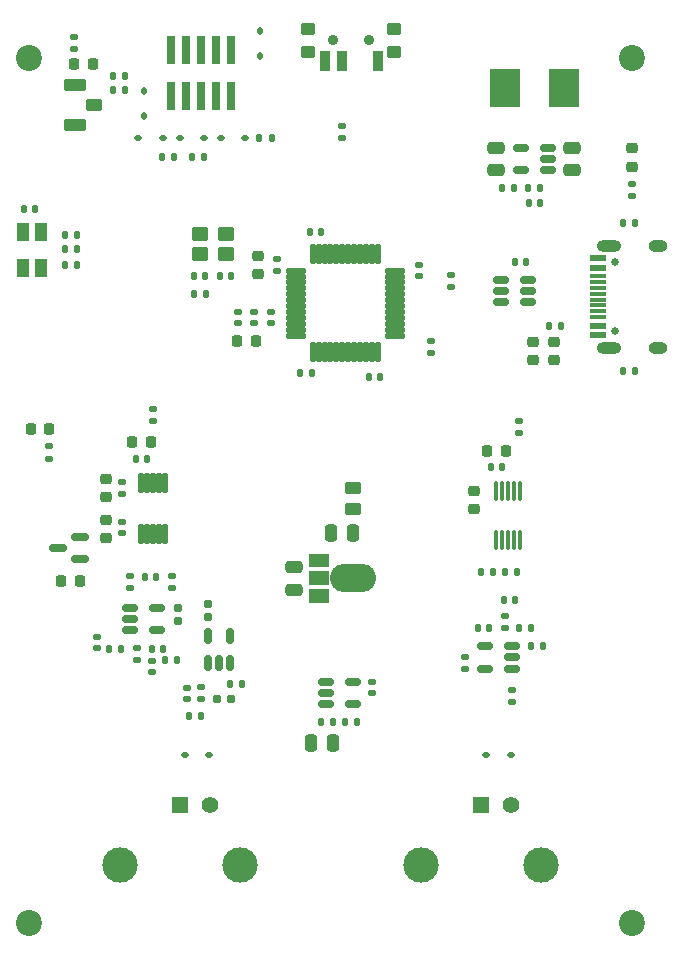
<source format=gbr>
%TF.GenerationSoftware,KiCad,Pcbnew,9.0.6*%
%TF.CreationDate,2025-12-09T00:58:21-06:00*%
%TF.ProjectId,Mixed_Signal_generator_analyzer,4d697865-645f-4536-9967-6e616c5f6765,rev?*%
%TF.SameCoordinates,Original*%
%TF.FileFunction,Soldermask,Top*%
%TF.FilePolarity,Negative*%
%FSLAX46Y46*%
G04 Gerber Fmt 4.6, Leading zero omitted, Abs format (unit mm)*
G04 Created by KiCad (PCBNEW 9.0.6) date 2025-12-09 00:58:21*
%MOMM*%
%LPD*%
G01*
G04 APERTURE LIST*
G04 Aperture macros list*
%AMRoundRect*
0 Rectangle with rounded corners*
0 $1 Rounding radius*
0 $2 $3 $4 $5 $6 $7 $8 $9 X,Y pos of 4 corners*
0 Add a 4 corners polygon primitive as box body*
4,1,4,$2,$3,$4,$5,$6,$7,$8,$9,$2,$3,0*
0 Add four circle primitives for the rounded corners*
1,1,$1+$1,$2,$3*
1,1,$1+$1,$4,$5*
1,1,$1+$1,$6,$7*
1,1,$1+$1,$8,$9*
0 Add four rect primitives between the rounded corners*
20,1,$1+$1,$2,$3,$4,$5,0*
20,1,$1+$1,$4,$5,$6,$7,0*
20,1,$1+$1,$6,$7,$8,$9,0*
20,1,$1+$1,$8,$9,$2,$3,0*%
G04 Aperture macros list end*
%ADD10C,0.010000*%
%ADD11RoundRect,0.060500X0.181500X-0.776500X0.181500X0.776500X-0.181500X0.776500X-0.181500X-0.776500X0*%
%ADD12O,0.299999X1.699999*%
%ADD13RoundRect,0.250000X-0.475000X0.250000X-0.475000X-0.250000X0.475000X-0.250000X0.475000X0.250000X0*%
%ADD14RoundRect,0.140000X-0.170000X0.140000X-0.170000X-0.140000X0.170000X-0.140000X0.170000X0.140000X0*%
%ADD15RoundRect,0.225000X0.225000X0.250000X-0.225000X0.250000X-0.225000X-0.250000X0.225000X-0.250000X0*%
%ADD16RoundRect,0.147500X0.147500X0.172500X-0.147500X0.172500X-0.147500X-0.172500X0.147500X-0.172500X0*%
%ADD17RoundRect,0.140000X-0.140000X-0.170000X0.140000X-0.170000X0.140000X0.170000X-0.140000X0.170000X0*%
%ADD18RoundRect,0.135000X0.135000X0.185000X-0.135000X0.185000X-0.135000X-0.185000X0.135000X-0.185000X0*%
%ADD19RoundRect,0.112500X-0.187500X-0.112500X0.187500X-0.112500X0.187500X0.112500X-0.187500X0.112500X0*%
%ADD20RoundRect,0.140000X0.170000X-0.140000X0.170000X0.140000X-0.170000X0.140000X-0.170000X-0.140000X0*%
%ADD21RoundRect,0.140000X0.140000X0.170000X-0.140000X0.170000X-0.140000X-0.170000X0.140000X-0.170000X0*%
%ADD22RoundRect,0.135000X-0.185000X0.135000X-0.185000X-0.135000X0.185000X-0.135000X0.185000X0.135000X0*%
%ADD23RoundRect,0.225000X-0.250000X0.225000X-0.250000X-0.225000X0.250000X-0.225000X0.250000X0.225000X0*%
%ADD24RoundRect,0.150000X0.150000X-0.512500X0.150000X0.512500X-0.150000X0.512500X-0.150000X-0.512500X0*%
%ADD25RoundRect,0.250000X0.250000X0.475000X-0.250000X0.475000X-0.250000X-0.475000X0.250000X-0.475000X0*%
%ADD26RoundRect,0.135000X-0.135000X-0.185000X0.135000X-0.185000X0.135000X0.185000X-0.135000X0.185000X0*%
%ADD27R,0.740000X2.400000*%
%ADD28C,2.200000*%
%ADD29C,0.650000*%
%ADD30R,1.450000X0.600000*%
%ADD31R,1.450000X0.300000*%
%ADD32O,2.100000X1.000000*%
%ADD33O,1.600000X1.000000*%
%ADD34RoundRect,0.135000X0.185000X-0.135000X0.185000X0.135000X-0.185000X0.135000X-0.185000X-0.135000X0*%
%ADD35R,2.565400X3.302000*%
%ADD36RoundRect,0.155000X0.155000X-0.212500X0.155000X0.212500X-0.155000X0.212500X-0.155000X-0.212500X0*%
%ADD37R,1.400000X1.400000*%
%ADD38C,1.400000*%
%ADD39C,3.000000*%
%ADD40RoundRect,0.112500X-0.112500X0.187500X-0.112500X-0.187500X0.112500X-0.187500X0.112500X0.187500X0*%
%ADD41R,1.100000X1.500000*%
%ADD42RoundRect,0.225000X-0.225000X-0.250000X0.225000X-0.250000X0.225000X0.250000X-0.225000X0.250000X0*%
%ADD43RoundRect,0.250000X0.475000X-0.250000X0.475000X0.250000X-0.475000X0.250000X-0.475000X-0.250000X0*%
%ADD44RoundRect,0.250000X-0.450000X0.262500X-0.450000X-0.262500X0.450000X-0.262500X0.450000X0.262500X0*%
%ADD45RoundRect,0.150000X0.587500X0.150000X-0.587500X0.150000X-0.587500X-0.150000X0.587500X-0.150000X0*%
%ADD46RoundRect,0.121000X-0.761000X-0.121000X0.761000X-0.121000X0.761000X0.121000X-0.761000X0.121000X0*%
%ADD47RoundRect,0.121000X-0.121000X-0.761000X0.121000X-0.761000X0.121000X0.761000X-0.121000X0.761000X0*%
%ADD48RoundRect,0.112500X0.112500X-0.187500X0.112500X0.187500X-0.112500X0.187500X-0.112500X-0.187500X0*%
%ADD49RoundRect,0.150000X-0.512500X-0.150000X0.512500X-0.150000X0.512500X0.150000X-0.512500X0.150000X0*%
%ADD50RoundRect,0.155000X-0.155000X0.212500X-0.155000X-0.212500X0.155000X-0.212500X0.155000X0.212500X0*%
%ADD51RoundRect,0.150000X0.512500X0.150000X-0.512500X0.150000X-0.512500X-0.150000X0.512500X-0.150000X0*%
%ADD52O,3.904000X2.404000*%
%ADD53RoundRect,0.225000X0.250000X-0.225000X0.250000X0.225000X-0.250000X0.225000X-0.250000X-0.225000X0*%
%ADD54RoundRect,0.102000X0.850000X-0.400000X0.850000X0.400000X-0.850000X0.400000X-0.850000X-0.400000X0*%
%ADD55RoundRect,0.102000X0.550000X-0.400000X0.550000X0.400000X-0.550000X0.400000X-0.550000X-0.400000X0*%
%ADD56RoundRect,0.218750X0.256250X-0.218750X0.256250X0.218750X-0.256250X0.218750X-0.256250X-0.218750X0*%
%ADD57RoundRect,0.218750X0.218750X0.256250X-0.218750X0.256250X-0.218750X-0.256250X0.218750X-0.256250X0*%
%ADD58RoundRect,0.155000X-0.212500X-0.155000X0.212500X-0.155000X0.212500X0.155000X-0.212500X0.155000X0*%
%ADD59RoundRect,0.250000X0.450000X0.350000X-0.450000X0.350000X-0.450000X-0.350000X0.450000X-0.350000X0*%
%ADD60C,0.900000*%
%ADD61RoundRect,0.102000X0.350000X0.750000X-0.350000X0.750000X-0.350000X-0.750000X0.350000X-0.750000X0*%
%ADD62RoundRect,0.102000X0.500000X0.400000X-0.500000X0.400000X-0.500000X-0.400000X0.500000X-0.400000X0*%
G04 APERTURE END LIST*
D10*
%TO.C,U1*%
X114300000Y-97275000D02*
X112720670Y-97275000D01*
X112720670Y-96221840D01*
X114300000Y-96221840D01*
X114300000Y-97275000D01*
G36*
X114300000Y-97275000D02*
G01*
X112720670Y-97275000D01*
X112720670Y-96221840D01*
X114300000Y-96221840D01*
X114300000Y-97275000D01*
G37*
X114300000Y-98775000D02*
X112723580Y-98775000D01*
X112723580Y-97724732D01*
X114300000Y-97724732D01*
X114300000Y-98775000D01*
G36*
X114300000Y-98775000D02*
G01*
X112723580Y-98775000D01*
X112723580Y-97724732D01*
X114300000Y-97724732D01*
X114300000Y-98775000D01*
G37*
X114300000Y-100275000D02*
X112719920Y-100275000D01*
X112719920Y-99226784D01*
X114300000Y-99226784D01*
X114300000Y-100275000D01*
G36*
X114300000Y-100275000D02*
G01*
X112719920Y-100275000D01*
X112719920Y-99226784D01*
X114300000Y-99226784D01*
X114300000Y-100275000D01*
G37*
%TD*%
D11*
%TO.C,U9*%
X98480000Y-94559999D03*
X98980000Y-94559999D03*
X99480000Y-94559999D03*
X99980000Y-94559999D03*
X100480000Y-94559999D03*
X100480000Y-90259999D03*
X99980000Y-90259999D03*
X99480000Y-90259999D03*
X98980000Y-90259999D03*
X98480000Y-90259999D03*
%TD*%
D12*
%TO.C,U11*%
X128549999Y-95049998D03*
X129049998Y-95049998D03*
X129550000Y-95049998D03*
X130049999Y-95049998D03*
X130550001Y-95049998D03*
X130550001Y-90949999D03*
X130049999Y-90949999D03*
X129550000Y-90949999D03*
X129049998Y-90949999D03*
X128549999Y-90949999D03*
%TD*%
D13*
%TO.C,C8*%
X134950000Y-61850000D03*
X134950000Y-63750000D03*
%TD*%
D14*
%TO.C,C15*%
X122000000Y-71770000D03*
X122000000Y-72730000D03*
%TD*%
D15*
%TO.C,C38*%
X99280000Y-86797794D03*
X97730000Y-86797794D03*
%TD*%
D16*
%TO.C,L1*%
X133997500Y-76910000D03*
X133027500Y-76910000D03*
%TD*%
D17*
%TO.C,C31*%
X98800000Y-98150000D03*
X99760000Y-98150000D03*
%TD*%
D18*
%TO.C,R26*%
X96790000Y-104250000D03*
X95770000Y-104250000D03*
%TD*%
D19*
%TO.C,D4*%
X105200000Y-61000000D03*
X107300000Y-61000000D03*
%TD*%
D20*
%TO.C,C17*%
X109958800Y-72254200D03*
X109958800Y-71294200D03*
%TD*%
D18*
%TO.C,R19*%
X103760000Y-62600000D03*
X102740000Y-62600000D03*
%TD*%
D19*
%TO.C,D9*%
X127700000Y-113250000D03*
X129800000Y-113250000D03*
%TD*%
D21*
%TO.C,C18*%
X106078800Y-72690400D03*
X105118800Y-72690400D03*
%TD*%
D22*
%TO.C,R36*%
X130500000Y-84990000D03*
X130500000Y-86010000D03*
%TD*%
D20*
%TO.C,C43*%
X125850000Y-105955000D03*
X125850000Y-104995000D03*
%TD*%
D15*
%TO.C,C41*%
X129325000Y-87500000D03*
X127775000Y-87500000D03*
%TD*%
D23*
%TO.C,C2*%
X133412500Y-78275000D03*
X133412500Y-79825000D03*
%TD*%
D24*
%TO.C,U6*%
X104130000Y-105487500D03*
X105080000Y-105487500D03*
X106030000Y-105487500D03*
X106030000Y-103212500D03*
X104130000Y-103212500D03*
%TD*%
D25*
%TO.C,C4*%
X116440000Y-94500000D03*
X114540000Y-94500000D03*
%TD*%
D26*
%TO.C,R4*%
X131240000Y-65250000D03*
X132260000Y-65250000D03*
%TD*%
D27*
%TO.C,J3*%
X106040000Y-53550000D03*
X106040000Y-57450000D03*
X104770000Y-53550000D03*
X104770000Y-57450000D03*
X103500000Y-53550000D03*
X103500000Y-57450000D03*
X102230000Y-53550000D03*
X102230000Y-57450000D03*
X100960000Y-53550000D03*
X100960000Y-57450000D03*
%TD*%
D28*
%TO.C,H2*%
X140000000Y-54250000D03*
%TD*%
D18*
%TO.C,R10*%
X93010000Y-69200000D03*
X91990000Y-69200000D03*
%TD*%
D21*
%TO.C,C42*%
X129030000Y-88900000D03*
X128070000Y-88900000D03*
%TD*%
D18*
%TO.C,R24*%
X101510000Y-105250000D03*
X100490000Y-105250000D03*
%TD*%
D29*
%TO.C,J2*%
X138610000Y-77340000D03*
X138610000Y-71560000D03*
D30*
X137165000Y-77700000D03*
X137165000Y-76900000D03*
D31*
X137165000Y-75700000D03*
X137165000Y-74700000D03*
X137165000Y-74200000D03*
X137165000Y-73200000D03*
D30*
X137165000Y-72000000D03*
X137165000Y-71200000D03*
X137165000Y-71200000D03*
X137165000Y-72000000D03*
D31*
X137165000Y-72700000D03*
X137165000Y-73700000D03*
X137165000Y-75200000D03*
X137165000Y-76200000D03*
D30*
X137165000Y-76900000D03*
X137165000Y-77700000D03*
D32*
X138080000Y-78770000D03*
D33*
X142260000Y-78770000D03*
D32*
X138080000Y-70130000D03*
D33*
X142260000Y-70130000D03*
%TD*%
D21*
%TO.C,C16*%
X118730000Y-81250000D03*
X117770000Y-81250000D03*
%TD*%
D20*
%TO.C,C30*%
X94750000Y-104230000D03*
X94750000Y-103270000D03*
%TD*%
D28*
%TO.C,H3*%
X89000000Y-127500000D03*
%TD*%
D18*
%TO.C,R16*%
X140260000Y-68250000D03*
X139240000Y-68250000D03*
%TD*%
D22*
%TO.C,R31*%
X99480000Y-83940000D03*
X99480000Y-84960000D03*
%TD*%
D34*
%TO.C,R27*%
X97500000Y-99160000D03*
X97500000Y-98140000D03*
%TD*%
D18*
%TO.C,R15*%
X140260000Y-80750000D03*
X139240000Y-80750000D03*
%TD*%
%TO.C,R3*%
X114750000Y-110500000D03*
X113730000Y-110500000D03*
%TD*%
%TO.C,R12*%
X93010000Y-70450000D03*
X91990000Y-70450000D03*
%TD*%
D35*
%TO.C,L2*%
X129235400Y-56750000D03*
X134264600Y-56750000D03*
%TD*%
D18*
%TO.C,R1*%
X116750000Y-110500000D03*
X115730000Y-110500000D03*
%TD*%
%TO.C,R21*%
X97110000Y-57000000D03*
X96090000Y-57000000D03*
%TD*%
D21*
%TO.C,C23*%
X97080000Y-55750000D03*
X96120000Y-55750000D03*
%TD*%
D20*
%TO.C,C28*%
X102380000Y-108530000D03*
X102380000Y-107570000D03*
%TD*%
D23*
%TO.C,C36*%
X95480000Y-89875000D03*
X95480000Y-91425000D03*
%TD*%
D21*
%TO.C,C21*%
X131080000Y-71500000D03*
X130120000Y-71500000D03*
%TD*%
D36*
%TO.C,C25*%
X104125000Y-101617500D03*
X104125000Y-100482500D03*
%TD*%
D37*
%TO.C,J5*%
X127250000Y-117460000D03*
D38*
X129790000Y-117460000D03*
D39*
X122170000Y-122540000D03*
X132330000Y-122540000D03*
%TD*%
D22*
%TO.C,R35*%
X129900000Y-107790000D03*
X129900000Y-108810000D03*
%TD*%
D40*
%TO.C,D3*%
X108500000Y-51950000D03*
X108500000Y-54050000D03*
%TD*%
D15*
%TO.C,C32*%
X90675000Y-85650000D03*
X89125000Y-85650000D03*
%TD*%
D41*
%TO.C,D2*%
X90000000Y-69000000D03*
X90000000Y-72000000D03*
X88500000Y-72000000D03*
X88500000Y-69000000D03*
%TD*%
D25*
%TO.C,C6*%
X114750000Y-112250000D03*
X112850000Y-112250000D03*
%TD*%
D42*
%TO.C,C22*%
X92825000Y-54750000D03*
X94375000Y-54750000D03*
%TD*%
D18*
%TO.C,R32*%
X128260000Y-97750000D03*
X127240000Y-97750000D03*
%TD*%
D34*
%TO.C,R25*%
X98080000Y-105260000D03*
X98080000Y-104240000D03*
%TD*%
D22*
%TO.C,R28*%
X103580000Y-107540000D03*
X103580000Y-108560000D03*
%TD*%
D14*
%TO.C,C37*%
X96880000Y-90170000D03*
X96880000Y-91130000D03*
%TD*%
D26*
%TO.C,R7*%
X102908800Y-74190400D03*
X103928800Y-74190400D03*
%TD*%
D21*
%TO.C,C9*%
X132230000Y-66500000D03*
X131270000Y-66500000D03*
%TD*%
D43*
%TO.C,C5*%
X111390000Y-99250000D03*
X111390000Y-97350000D03*
%TD*%
D23*
%TO.C,C46*%
X126650000Y-90925000D03*
X126650000Y-92475000D03*
%TD*%
D34*
%TO.C,R14*%
X123000000Y-79260000D03*
X123000000Y-78240000D03*
%TD*%
D44*
%TO.C,R2*%
X116440000Y-90637500D03*
X116440000Y-92462500D03*
%TD*%
D45*
%TO.C,U8*%
X93317500Y-96700000D03*
X93317500Y-94800000D03*
X91442500Y-95750000D03*
%TD*%
D19*
%TO.C,D5*%
X101725000Y-61000000D03*
X103825000Y-61000000D03*
%TD*%
D46*
%TO.C,U4*%
X111570000Y-72250000D03*
X111570000Y-72750000D03*
X111570000Y-73250000D03*
X111570000Y-73750000D03*
X111570000Y-74250000D03*
X111570000Y-74750000D03*
X111570000Y-75250000D03*
X111570000Y-75750000D03*
X111570000Y-76250000D03*
X111570000Y-76750000D03*
X111570000Y-77250000D03*
X111570000Y-77750000D03*
D47*
X113000000Y-79180000D03*
X113500000Y-79180000D03*
X114000000Y-79180000D03*
X114500000Y-79180000D03*
X115000000Y-79180000D03*
X115500000Y-79180000D03*
X116000000Y-79180000D03*
X116500000Y-79180000D03*
X117000000Y-79180000D03*
X117500000Y-79180000D03*
X118000000Y-79180000D03*
X118500000Y-79180000D03*
D46*
X119930000Y-77750000D03*
X119930000Y-77250000D03*
X119930000Y-76750000D03*
X119930000Y-76250000D03*
X119930000Y-75750000D03*
X119930000Y-75250000D03*
X119930000Y-74750000D03*
X119930000Y-74250000D03*
X119930000Y-73750000D03*
X119930000Y-73250000D03*
X119930000Y-72750000D03*
X119930000Y-72250000D03*
D47*
X118500000Y-70820000D03*
X118000000Y-70820000D03*
X117500000Y-70820000D03*
X117000000Y-70820000D03*
X116500000Y-70820000D03*
X116000000Y-70820000D03*
X115500000Y-70820000D03*
X115000000Y-70820000D03*
X114500000Y-70820000D03*
X114000000Y-70820000D03*
X113500000Y-70820000D03*
X113000000Y-70820000D03*
%TD*%
D15*
%TO.C,C33*%
X93255000Y-98525000D03*
X91705000Y-98525000D03*
%TD*%
D37*
%TO.C,J4*%
X101750000Y-117460000D03*
D38*
X104290000Y-117460000D03*
D39*
X96670000Y-122540000D03*
X106830000Y-122540000D03*
%TD*%
D18*
%TO.C,R23*%
X103510000Y-110000000D03*
X102490000Y-110000000D03*
%TD*%
D22*
%TO.C,R17*%
X92750000Y-52490000D03*
X92750000Y-53510000D03*
%TD*%
D21*
%TO.C,C40*%
X127930000Y-102500000D03*
X126970000Y-102500000D03*
%TD*%
D48*
%TO.C,D7*%
X98700000Y-59150000D03*
X98700000Y-57050000D03*
%TD*%
D21*
%TO.C,C20*%
X89480000Y-67000000D03*
X88520000Y-67000000D03*
%TD*%
D22*
%TO.C,R33*%
X129250000Y-101490000D03*
X129250000Y-102510000D03*
%TD*%
D49*
%TO.C,U2*%
X114102500Y-107050000D03*
X114102500Y-108000000D03*
X114102500Y-108950000D03*
X116377500Y-108950000D03*
X116377500Y-107050000D03*
%TD*%
D50*
%TO.C,C26*%
X101580000Y-100782500D03*
X101580000Y-101917500D03*
%TD*%
D51*
%TO.C,U5*%
X131247500Y-74940000D03*
X131247500Y-73990000D03*
X131247500Y-73040000D03*
X128972500Y-73040000D03*
X128972500Y-73990000D03*
X128972500Y-74940000D03*
%TD*%
D26*
%TO.C,R6*%
X128990000Y-65250000D03*
X130010000Y-65250000D03*
%TD*%
D22*
%TO.C,R11*%
X115500000Y-59990000D03*
X115500000Y-61010000D03*
%TD*%
D19*
%TO.C,D8*%
X102150000Y-113250000D03*
X104250000Y-113250000D03*
%TD*%
D28*
%TO.C,H4*%
X140000000Y-127500000D03*
%TD*%
D14*
%TO.C,C29*%
X99380000Y-105270000D03*
X99380000Y-106230000D03*
%TD*%
D52*
%TO.C,U1*%
X116440000Y-98250000D03*
%TD*%
D13*
%TO.C,C7*%
X128550000Y-61850000D03*
X128550000Y-63750000D03*
%TD*%
D17*
%TO.C,C45*%
X131520000Y-104000000D03*
X132480000Y-104000000D03*
%TD*%
D22*
%TO.C,R9*%
X124720000Y-72590000D03*
X124720000Y-73610000D03*
%TD*%
D20*
%TO.C,C11*%
X108066500Y-76724600D03*
X108066500Y-75764600D03*
%TD*%
D26*
%TO.C,R8*%
X111940000Y-80950000D03*
X112960000Y-80950000D03*
%TD*%
D51*
%TO.C,U10*%
X129887500Y-105950000D03*
X129887500Y-105000000D03*
X129887500Y-104050000D03*
X127612500Y-104050000D03*
X127612500Y-105950000D03*
%TD*%
D28*
%TO.C,H1*%
X89000000Y-54250000D03*
%TD*%
D26*
%TO.C,R20*%
X100240000Y-62600000D03*
X101260000Y-62600000D03*
%TD*%
D49*
%TO.C,U7*%
X97542500Y-100800000D03*
X97542500Y-101750000D03*
X97542500Y-102700000D03*
X99817500Y-102700000D03*
X99817500Y-100800000D03*
%TD*%
D53*
%TO.C,C13*%
X108384000Y-72549200D03*
X108384000Y-70999200D03*
%TD*%
D18*
%TO.C,R13*%
X93010000Y-71750000D03*
X91990000Y-71750000D03*
%TD*%
D53*
%TO.C,C34*%
X95480000Y-94875000D03*
X95480000Y-93325000D03*
%TD*%
D21*
%TO.C,C39*%
X98985000Y-88227794D03*
X98025000Y-88227794D03*
%TD*%
D20*
%TO.C,C1*%
X117990000Y-108005000D03*
X117990000Y-107045000D03*
%TD*%
D54*
%TO.C,S1*%
X92850000Y-56550000D03*
X92850000Y-59950000D03*
D55*
X94500000Y-58250000D03*
%TD*%
D56*
%TO.C,D1*%
X140050000Y-63450000D03*
X140050000Y-61875000D03*
%TD*%
D20*
%TO.C,C35*%
X96880000Y-94500000D03*
X96880000Y-93540000D03*
%TD*%
D17*
%TO.C,C14*%
X112755400Y-69000000D03*
X113715400Y-69000000D03*
%TD*%
D20*
%TO.C,C10*%
X109501600Y-76724600D03*
X109501600Y-75764600D03*
%TD*%
D19*
%TO.C,D6*%
X98225000Y-61000000D03*
X100325000Y-61000000D03*
%TD*%
D34*
%TO.C,R29*%
X101100000Y-99160000D03*
X101100000Y-98140000D03*
%TD*%
D23*
%TO.C,C3*%
X131662500Y-78275000D03*
X131662500Y-79825000D03*
%TD*%
D18*
%TO.C,R37*%
X130310000Y-97750000D03*
X129290000Y-97750000D03*
%TD*%
D26*
%TO.C,R18*%
X108490000Y-61000000D03*
X109510000Y-61000000D03*
%TD*%
D51*
%TO.C,U3*%
X132887500Y-63750000D03*
X132887500Y-62800000D03*
X132887500Y-61850000D03*
X130612500Y-61850000D03*
X130612500Y-63750000D03*
%TD*%
D57*
%TO.C,FB1*%
X108155500Y-78251200D03*
X106580500Y-78251200D03*
%TD*%
D58*
%TO.C,C27*%
X104912500Y-108550000D03*
X106047500Y-108550000D03*
%TD*%
D17*
%TO.C,C19*%
X102918800Y-72690400D03*
X103878800Y-72690400D03*
%TD*%
%TO.C,C44*%
X129170000Y-100100000D03*
X130130000Y-100100000D03*
%TD*%
D26*
%TO.C,R34*%
X130490000Y-102500000D03*
X131510000Y-102500000D03*
%TD*%
D34*
%TO.C,R5*%
X140050000Y-65922500D03*
X140050000Y-64902500D03*
%TD*%
D17*
%TO.C,C24*%
X99400000Y-104250000D03*
X100360000Y-104250000D03*
%TD*%
D22*
%TO.C,R30*%
X90700000Y-87140000D03*
X90700000Y-88160000D03*
%TD*%
D20*
%TO.C,C12*%
X106631400Y-76724600D03*
X106631400Y-75764600D03*
%TD*%
D59*
%TO.C,Y1*%
X105648600Y-69171600D03*
X103448600Y-69171600D03*
X103448600Y-70871600D03*
X105648600Y-70871600D03*
%TD*%
D60*
%TO.C,SW1*%
X117750000Y-52750000D03*
X114750000Y-52750000D03*
D61*
X118500000Y-54500000D03*
X115500000Y-54500000D03*
X114000000Y-54500000D03*
D62*
X119900000Y-53715000D03*
X119900000Y-51785000D03*
X112600000Y-51785000D03*
X112600000Y-53715000D03*
%TD*%
D26*
%TO.C,R22*%
X105990000Y-107250000D03*
X107010000Y-107250000D03*
%TD*%
M02*

</source>
